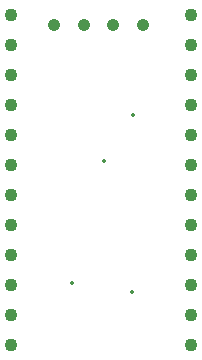
<source format=gbr>
%TF.GenerationSoftware,Altium Limited,Altium Designer,23.7.1 (13)*%
G04 Layer_Color=0*
%FSLAX45Y45*%
%MOMM*%
%TF.SameCoordinates,324F84FA-45DE-4E37-BCC6-85F6FB8D9206*%
%TF.FilePolarity,Positive*%
%TF.FileFunction,Plated,1,2,PTH,Drill*%
%TF.Part,Single*%
G01*
G75*
%TA.AperFunction,ComponentDrill*%
%ADD33C,1.10000*%
%ADD34C,1.05000*%
%TA.AperFunction,ViaDrill,NotFilled*%
%ADD35C,0.35000*%
D33*
X5459500Y3090500D02*
D03*
X3935500Y5884500D02*
D03*
Y5630500D02*
D03*
Y5376500D02*
D03*
Y5122500D02*
D03*
Y4868500D02*
D03*
Y4614500D02*
D03*
Y4360500D02*
D03*
Y4106500D02*
D03*
Y3852500D02*
D03*
Y3598500D02*
D03*
Y3344500D02*
D03*
X5459500D02*
D03*
Y3598500D02*
D03*
Y3852500D02*
D03*
Y4106500D02*
D03*
Y4360500D02*
D03*
Y4614500D02*
D03*
Y4868500D02*
D03*
Y5122500D02*
D03*
Y5376500D02*
D03*
Y5630500D02*
D03*
Y5884500D02*
D03*
X3935500Y3090500D02*
D03*
D34*
X5050003Y5799999D02*
D03*
X4800001D02*
D03*
X4549999D02*
D03*
X4300002D02*
D03*
D35*
X4720000Y4650000D02*
D03*
X4446001Y3611880D02*
D03*
X4968240Y5036500D02*
D03*
X4954001Y3535680D02*
D03*
%TF.MD5,2383f26ab2f1963f8b05c58f5979ac8b*%
M02*

</source>
